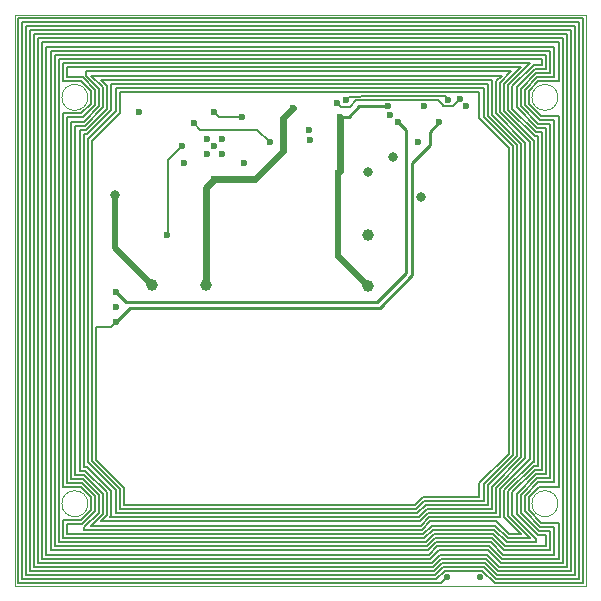
<source format=gbr>
%TF.GenerationSoftware,KiCad,Pcbnew,5.0.2-bee76a0~70~ubuntu18.04.1*%
%TF.CreationDate,2020-02-29T17:21:03-08:00*%
%TF.ProjectId,SolarCellX_v3,536f6c61-7243-4656-9c6c-585f76332e6b,rev?*%
%TF.SameCoordinates,Original*%
%TF.FileFunction,Copper,L5,Inr*%
%TF.FilePolarity,Positive*%
%FSLAX46Y46*%
G04 Gerber Fmt 4.6, Leading zero omitted, Abs format (unit mm)*
G04 Created by KiCad (PCBNEW 5.0.2-bee76a0~70~ubuntu18.04.1) date Sat 29 Feb 2020 05:21:03 PM PST*
%MOMM*%
%LPD*%
G01*
G04 APERTURE LIST*
%ADD10C,0.050000*%
%ADD11C,1.000000*%
%ADD12C,0.600000*%
%ADD13C,0.800000*%
%ADD14C,0.584200*%
%ADD15C,0.609600*%
%ADD16C,0.248920*%
%ADD17C,0.240000*%
%ADD18C,0.480000*%
%ADD19C,0.160000*%
%ADD20C,0.152400*%
%ADD21C,0.190000*%
G04 APERTURE END LIST*
D10*
X96200000Y-47000000D02*
G75*
G03X96200000Y-47000000I-1100000J0D01*
G01*
X96200000Y-81400000D02*
G75*
G03X96200000Y-81400000I-1100000J0D01*
G01*
X136000000Y-81400000D02*
G75*
G03X136000000Y-81400000I-1100000J0D01*
G01*
X136000000Y-47000000D02*
G75*
G03X136000000Y-47000000I-1100000J0D01*
G01*
X90000000Y-88400000D02*
X138400000Y-88400000D01*
X90000000Y-88400000D02*
X90000000Y-40000000D01*
X138400000Y-40000000D02*
X138400000Y-88400000D01*
X90000000Y-40000000D02*
X138400000Y-40000000D01*
D11*
X101600000Y-62865000D03*
X106172000Y-62865000D03*
X119888000Y-58674000D03*
X119888000Y-62992000D03*
D12*
X106253260Y-51754256D03*
X107523260Y-51754256D03*
X106253260Y-50509656D03*
X109410500Y-52514500D03*
X107530900Y-50485040D03*
X106923840Y-51092100D03*
X104302012Y-52519693D03*
D13*
X122050000Y-52050000D03*
X124450000Y-55400000D03*
D12*
X128250000Y-47700000D03*
X124650000Y-47694011D03*
X117537610Y-48650791D03*
X117348000Y-53403500D03*
X121600000Y-47700000D03*
X118047740Y-47243775D03*
X126700000Y-47200000D03*
X117284500Y-47434502D03*
X127700000Y-47100000D03*
X105156000Y-49149000D03*
X111633000Y-50800000D03*
X114950000Y-49750000D03*
X121750000Y-48450000D03*
X124150000Y-50800000D03*
X115050000Y-50600000D03*
X106870500Y-48260000D03*
X109232672Y-48653690D03*
X104144156Y-51144656D03*
X102933500Y-58674000D03*
X100550000Y-48250000D03*
D13*
X119958000Y-53290920D03*
D14*
X126619000Y-87630000D03*
D12*
X98552000Y-64770000D03*
X98552000Y-63500000D03*
X98552000Y-66040000D03*
D14*
X129413000Y-87630000D03*
D12*
X122450000Y-49100000D03*
X125950000Y-49100000D03*
X106913660Y-53938656D03*
X113538000Y-47879000D03*
D13*
X98500000Y-55250000D03*
D15*
X117538500Y-48651681D02*
X117537610Y-48650791D01*
X117348000Y-53403500D02*
X117538500Y-53213000D01*
X117538500Y-53213000D02*
X117538500Y-48651681D01*
X117348000Y-60452000D02*
X119888000Y-62992000D01*
D16*
X117537610Y-48650791D02*
X118290709Y-48650791D01*
X118290709Y-48650791D02*
X119189500Y-47752000D01*
D17*
X119241500Y-47700000D02*
X121600000Y-47700000D01*
X119189500Y-47752000D02*
X119241500Y-47700000D01*
D18*
X117348000Y-60452000D02*
X117348000Y-53403500D01*
D19*
X118347739Y-46943776D02*
X119243776Y-46943776D01*
X118047740Y-47243775D02*
X118347739Y-46943776D01*
X119243776Y-46943776D02*
X119250000Y-46950000D01*
X126400001Y-46900001D02*
X126700000Y-47200000D01*
X119287551Y-46900001D02*
X126400001Y-46900001D01*
X119243776Y-46943776D02*
X119287551Y-46900001D01*
D20*
X117576599Y-47726601D02*
X117284500Y-47434502D01*
X117665498Y-47815500D02*
X117576599Y-47726601D01*
X118364000Y-47815500D02*
X117665498Y-47815500D01*
D19*
X127092999Y-47707001D02*
X127700000Y-47100000D01*
X126307001Y-47707001D02*
X127092999Y-47707001D01*
X126307001Y-47657001D02*
X125837011Y-47187011D01*
X126307001Y-47707001D02*
X126307001Y-47657001D01*
X119418881Y-47187011D02*
X119368884Y-47237008D01*
X125837011Y-47187011D02*
X119418881Y-47187011D01*
X118942492Y-47237008D02*
X118364000Y-47815500D01*
X119368884Y-47237008D02*
X118942492Y-47237008D01*
D20*
X105727500Y-49720500D02*
X105156000Y-49149000D01*
X111633000Y-50800000D02*
X110553500Y-49720500D01*
X110553500Y-49720500D02*
X105727500Y-49720500D01*
X107264190Y-48653690D02*
X106870500Y-48260000D01*
X109232672Y-48653690D02*
X107264190Y-48653690D01*
X104144156Y-51144656D02*
X102997000Y-52291812D01*
X102997000Y-58610500D02*
X102933500Y-58674000D01*
X102997000Y-52291812D02*
X102997000Y-58610500D01*
D21*
X124600000Y-80800000D02*
X123900000Y-81500000D01*
X94100000Y-44100000D02*
X133650000Y-44100000D01*
X130850000Y-87450000D02*
X129800000Y-86400000D01*
X97850000Y-47950000D02*
X97850000Y-46050000D01*
X138152990Y-88152990D02*
X130652990Y-88152990D01*
X92000000Y-42000000D02*
X136400000Y-42000000D01*
X133600000Y-50750000D02*
X133600000Y-77650000D01*
X135350000Y-44950000D02*
X134150000Y-44950000D01*
X134350000Y-79600000D02*
X133200000Y-80750000D01*
X90950000Y-87450000D02*
X90950000Y-40950000D01*
X135700000Y-85700000D02*
X131350000Y-85700000D01*
X134250000Y-79250000D02*
X132850000Y-80650000D01*
X96500000Y-83250000D02*
X97500000Y-82250000D01*
X133200000Y-80750000D02*
X133200000Y-82050000D01*
X134450000Y-48900000D02*
X135700000Y-48900000D01*
X133200000Y-47650000D02*
X134450000Y-48900000D01*
X132150000Y-82350000D02*
X134150000Y-84350000D01*
X131850000Y-51250000D02*
X131850000Y-77150000D01*
X131800000Y-82450000D02*
X133650000Y-84300000D01*
X135700000Y-42700000D02*
X135700000Y-45300000D01*
X130750000Y-45650000D02*
X130750000Y-48350000D01*
X91650000Y-86750000D02*
X91650000Y-41650000D01*
X92700000Y-85700000D02*
X92700000Y-42700000D01*
X130400000Y-84300000D02*
X125600000Y-84300000D01*
X125600000Y-87450000D02*
X90950000Y-87450000D01*
X137100000Y-41300000D02*
X137100000Y-87100000D01*
X130200000Y-85000000D02*
X125800000Y-85000000D01*
X131650000Y-84650000D02*
X130600000Y-83600000D01*
X131250000Y-86050000D02*
X130200000Y-85000000D01*
X131050000Y-86750000D02*
X130000000Y-85700000D01*
X131100000Y-82550000D02*
X125100000Y-82550000D01*
X136050000Y-86050000D02*
X131250000Y-86050000D01*
X92000000Y-86400000D02*
X92000000Y-42000000D01*
X98900000Y-46550000D02*
X129350000Y-46550000D01*
X125100000Y-85700000D02*
X92700000Y-85700000D01*
X134338590Y-45650000D02*
X133548429Y-46440161D01*
X136050000Y-83000000D02*
X136050000Y-86050000D01*
X133548429Y-81959838D02*
X134588591Y-83000000D01*
X126400000Y-87100000D02*
X125700000Y-87800000D01*
X133548429Y-80840161D02*
X133548429Y-81959838D01*
X131800000Y-48050000D02*
X134050000Y-50300000D01*
X95661409Y-45650000D02*
X94100000Y-45650000D01*
X134438590Y-79950000D02*
X133548429Y-80840161D01*
X132500000Y-46150000D02*
X132500000Y-47850000D01*
X91300000Y-87100000D02*
X91300000Y-41300000D01*
X125700000Y-87800000D02*
X90600000Y-87800000D01*
X94800000Y-49050000D02*
X95850000Y-49050000D01*
X134538591Y-48550000D02*
X136050000Y-48550000D01*
X97300000Y-82900000D02*
X97850000Y-82350000D01*
X96451570Y-81959838D02*
X96451570Y-80840161D01*
X133200000Y-82050000D02*
X134500000Y-83350000D01*
X135700000Y-45300000D02*
X134250000Y-45300000D01*
X137800000Y-40600000D02*
X137800000Y-87800000D01*
X126200000Y-86400000D02*
X125500000Y-87100000D01*
X94100000Y-80000000D02*
X94100000Y-48350000D01*
X132850000Y-82150000D02*
X134400000Y-83700000D01*
X96100000Y-78250000D02*
X95850000Y-78250000D01*
X136050000Y-42350000D02*
X136050000Y-45650000D01*
X126000000Y-85700000D02*
X125300000Y-86400000D01*
X92350000Y-42350000D02*
X136050000Y-42350000D01*
X125900000Y-85350000D02*
X125200000Y-86050000D01*
X130100000Y-85350000D02*
X125900000Y-85350000D01*
X134588591Y-83000000D02*
X136050000Y-83000000D01*
X130000000Y-85700000D02*
X126000000Y-85700000D01*
X131850000Y-77150000D02*
X129350000Y-79650000D01*
X131800000Y-45950000D02*
X131800000Y-48050000D01*
X95900000Y-78950000D02*
X95150000Y-78950000D01*
X136750000Y-41650000D02*
X136750000Y-86750000D01*
X125600000Y-84300000D02*
X124900000Y-85000000D01*
X136400000Y-86400000D02*
X131150000Y-86400000D01*
X95750000Y-45300000D02*
X94450000Y-45300000D01*
X96800000Y-46350000D02*
X95750000Y-45300000D01*
X129350000Y-48750000D02*
X131850000Y-51250000D01*
X136050000Y-45650000D02*
X134338590Y-45650000D01*
X136750000Y-86750000D02*
X131050000Y-86750000D01*
X132200000Y-51150000D02*
X132200000Y-77250000D01*
X125300000Y-83250000D02*
X124600000Y-83950000D01*
X126100000Y-86050000D02*
X125400000Y-86750000D01*
X94100000Y-84300000D02*
X94100000Y-82800000D01*
X130950000Y-87100000D02*
X129900000Y-86050000D01*
X135700000Y-83350000D02*
X135700000Y-85700000D01*
X125300000Y-86400000D02*
X92000000Y-86400000D01*
X90600000Y-40600000D02*
X137800000Y-40600000D01*
X96050000Y-45150000D02*
X96050000Y-44800000D01*
X135700000Y-48900000D02*
X135700000Y-79600000D01*
X125500000Y-87100000D02*
X91300000Y-87100000D01*
X125800000Y-85000000D02*
X125100000Y-85700000D01*
X98200000Y-45850000D02*
X130050000Y-45850000D01*
X94450000Y-79650000D02*
X94450000Y-48700000D01*
X129800000Y-86400000D02*
X126200000Y-86400000D01*
X129700000Y-48650000D02*
X132200000Y-51150000D01*
X137450000Y-87450000D02*
X130850000Y-87450000D01*
X129700000Y-86750000D02*
X126300000Y-86750000D01*
X134500000Y-83350000D02*
X135700000Y-83350000D01*
X126300000Y-86750000D02*
X125600000Y-87450000D01*
X90950000Y-40950000D02*
X137450000Y-40950000D01*
X130400000Y-81850000D02*
X124900000Y-81850000D01*
X125000000Y-85350000D02*
X93050000Y-85350000D01*
X137450000Y-40950000D02*
X137450000Y-87450000D01*
X96000000Y-78600000D02*
X95500000Y-78600000D01*
X131100000Y-45750000D02*
X131100000Y-48250000D01*
X136050000Y-48550000D02*
X136050000Y-79950000D01*
X138152990Y-40247010D02*
X138152990Y-88152990D01*
X91650000Y-41650000D02*
X136750000Y-41650000D01*
X129900000Y-86050000D02*
X126100000Y-86050000D01*
X137800000Y-87800000D02*
X130750000Y-87800000D01*
X130750000Y-87800000D02*
X129700000Y-86750000D01*
X96800000Y-47650000D02*
X96800000Y-46350000D01*
X133548429Y-47559838D02*
X134538591Y-48550000D01*
X91300000Y-41300000D02*
X137100000Y-41300000D01*
X129600000Y-87100000D02*
X126400000Y-87100000D01*
X135700000Y-79600000D02*
X134350000Y-79600000D01*
X134400000Y-83700000D02*
X135350000Y-83700000D01*
X95900000Y-83400000D02*
X97150000Y-82150000D01*
X92700000Y-42700000D02*
X135700000Y-42700000D01*
X130652990Y-88152990D02*
X129600000Y-87100000D01*
X98200000Y-48050000D02*
X98200000Y-45850000D01*
X132500000Y-80550000D02*
X132500000Y-82250000D01*
X131350000Y-85700000D02*
X130300000Y-84650000D01*
X132850000Y-47750000D02*
X134350000Y-49250000D01*
X94450000Y-44450000D02*
X132850000Y-44450000D01*
X125700000Y-84650000D02*
X125000000Y-85350000D01*
X90247010Y-88152990D02*
X90247010Y-40247010D01*
X133548429Y-46440161D02*
X133548429Y-47559838D01*
X93050000Y-85350000D02*
X93050000Y-43050000D01*
X131750000Y-84300000D02*
X130700000Y-83250000D01*
X93050000Y-43050000D02*
X135350000Y-43050000D01*
X137100000Y-87100000D02*
X130950000Y-87100000D01*
X134150000Y-44950000D02*
X132850000Y-46250000D01*
X132850000Y-46250000D02*
X132850000Y-47750000D01*
X125200000Y-86050000D02*
X92350000Y-86050000D01*
X135000000Y-78900000D02*
X134150000Y-78900000D01*
X133650000Y-44100000D02*
X131800000Y-45950000D01*
X135000000Y-43400000D02*
X135000000Y-44600000D01*
X135000000Y-49600000D02*
X135000000Y-78900000D01*
X131550000Y-85000000D02*
X130500000Y-83950000D01*
X132550000Y-51050000D02*
X132550000Y-77350000D01*
X132500000Y-47850000D02*
X134250000Y-49600000D01*
X132500000Y-82250000D02*
X134300000Y-84050000D01*
X98550000Y-82200000D02*
X98550000Y-80250000D01*
X95150000Y-78950000D02*
X95150000Y-49400000D01*
X90600000Y-87800000D02*
X90600000Y-40600000D01*
X125000000Y-82200000D02*
X124300000Y-82900000D01*
X130500000Y-83950000D02*
X125500000Y-83950000D01*
X130050000Y-81500000D02*
X124800000Y-81500000D01*
X134650000Y-43750000D02*
X134650000Y-44250000D01*
X134250000Y-49600000D02*
X135000000Y-49600000D01*
X94100000Y-82800000D02*
X95611408Y-82800000D01*
X133950000Y-50650000D02*
X133950000Y-77850000D01*
X134150000Y-78900000D02*
X132500000Y-80550000D01*
X124700000Y-84300000D02*
X94100000Y-84300000D01*
X135000000Y-85000000D02*
X131550000Y-85000000D01*
X134300000Y-84050000D02*
X135000000Y-84050000D01*
X134250000Y-45300000D02*
X133200000Y-46350000D01*
X134050000Y-44600000D02*
X132500000Y-46150000D01*
X135350000Y-85350000D02*
X131450000Y-85350000D01*
X93400000Y-85000000D02*
X93400000Y-43400000D01*
X93400000Y-43400000D02*
X135000000Y-43400000D01*
X135350000Y-83700000D02*
X135350000Y-85350000D01*
X135000000Y-44600000D02*
X134050000Y-44600000D01*
X125500000Y-83950000D02*
X124800000Y-84650000D01*
X131450000Y-85350000D02*
X130400000Y-84300000D01*
X124900000Y-85000000D02*
X93400000Y-85000000D01*
X90247010Y-40247010D02*
X138152990Y-40247010D01*
X130300000Y-84650000D02*
X125700000Y-84650000D01*
X132850000Y-44450000D02*
X131450000Y-45850000D01*
X134350000Y-49250000D02*
X135350000Y-49250000D01*
X94800000Y-79300000D02*
X94800000Y-49050000D01*
X131450000Y-45850000D02*
X131450000Y-48150000D01*
X130600000Y-83600000D02*
X125400000Y-83600000D01*
X92350000Y-86050000D02*
X92350000Y-42350000D01*
X135350000Y-79250000D02*
X134250000Y-79250000D01*
X132850000Y-80650000D02*
X132850000Y-82150000D01*
X131150000Y-86400000D02*
X130100000Y-85350000D01*
X129350000Y-79650000D02*
X129350000Y-80800000D01*
X123900000Y-81500000D02*
X99250000Y-81500000D01*
X96900000Y-77700000D02*
X96900000Y-66422000D01*
X99250000Y-81500000D02*
X99250000Y-80050000D01*
X94450000Y-83150000D02*
X95700000Y-83150000D01*
X134300000Y-50300000D02*
X134300000Y-78200000D01*
X133200000Y-46350000D02*
X133200000Y-47650000D01*
X93750000Y-43750000D02*
X134650000Y-43750000D01*
X134650000Y-44250000D02*
X133950000Y-44250000D01*
X94100000Y-45650000D02*
X94100000Y-44100000D01*
X134650000Y-78550000D02*
X134050000Y-78550000D01*
X130700000Y-83250000D02*
X125300000Y-83250000D01*
X134150000Y-84350000D02*
X134150000Y-84650000D01*
X132150000Y-46050000D02*
X132150000Y-47950000D01*
X131100000Y-80150000D02*
X131100000Y-82550000D01*
X96451570Y-46440161D02*
X95661409Y-45650000D01*
X131450000Y-80250000D02*
X131450000Y-82550000D01*
X95611408Y-82800000D02*
X96451570Y-81959838D01*
X134650000Y-49950000D02*
X134650000Y-78550000D01*
X95611409Y-80000000D02*
X94100000Y-80000000D01*
X134050000Y-50300000D02*
X134300000Y-50300000D01*
X95661408Y-48350000D02*
X96451570Y-47559838D01*
X133950000Y-44250000D02*
X132150000Y-46050000D01*
X133650000Y-84300000D02*
X131750000Y-84300000D01*
X94450000Y-83950000D02*
X94450000Y-83150000D01*
X125100000Y-82550000D02*
X124400000Y-83250000D01*
X96451570Y-80840161D02*
X95611409Y-80000000D01*
X131800000Y-80350000D02*
X131800000Y-82450000D01*
X135000000Y-84050000D02*
X135000000Y-85000000D01*
X124800000Y-84650000D02*
X93750000Y-84650000D01*
X134150000Y-84650000D02*
X131650000Y-84650000D01*
X134050000Y-78550000D02*
X132150000Y-80450000D01*
X134300000Y-78200000D02*
X133950000Y-78200000D01*
X133950000Y-78200000D02*
X131800000Y-80350000D01*
X94100000Y-48350000D02*
X95661408Y-48350000D01*
X125400000Y-83600000D02*
X124700000Y-84300000D01*
X124600000Y-83950000D02*
X94450000Y-83950000D01*
X93750000Y-84650000D02*
X93750000Y-43750000D01*
X98200000Y-80350000D02*
X96100000Y-78250000D01*
X136050000Y-79950000D02*
X134438590Y-79950000D01*
X136400000Y-42000000D02*
X136400000Y-86400000D01*
X134150000Y-49950000D02*
X134650000Y-49950000D01*
X94450000Y-45300000D02*
X94450000Y-44450000D01*
X131450000Y-48150000D02*
X133950000Y-50650000D01*
X95750000Y-48700000D02*
X96800000Y-47650000D01*
X131450000Y-82550000D02*
X132850000Y-83950000D01*
X130750000Y-80050000D02*
X130750000Y-82200000D01*
X130800000Y-82900000D02*
X125200000Y-82900000D01*
X95900000Y-83600000D02*
X95900000Y-83400000D01*
X97500000Y-47850000D02*
X97500000Y-46150000D01*
X130750000Y-48350000D02*
X133250000Y-50850000D01*
X131850000Y-83950000D02*
X130800000Y-82900000D01*
X124800000Y-81500000D02*
X124100000Y-82200000D01*
X133600000Y-77650000D02*
X131100000Y-80150000D01*
X132150000Y-80450000D02*
X132150000Y-82350000D01*
X96050000Y-44800000D02*
X132050000Y-44800000D01*
X124200000Y-82550000D02*
X98100000Y-82550000D01*
X97500000Y-80550000D02*
X95900000Y-78950000D01*
X98900000Y-81850000D02*
X98900000Y-80150000D01*
X133250000Y-77550000D02*
X130750000Y-80050000D01*
X95700000Y-79650000D02*
X94450000Y-79650000D01*
X133250000Y-50850000D02*
X133250000Y-77550000D01*
X124400000Y-83250000D02*
X96500000Y-83250000D01*
X95850000Y-49050000D02*
X97150000Y-47750000D01*
X96150000Y-50100000D02*
X98200000Y-48050000D01*
X135350000Y-49250000D02*
X135350000Y-79250000D01*
X96451570Y-47559838D02*
X96451570Y-46440161D01*
X95950000Y-49400000D02*
X97500000Y-47850000D01*
X96050000Y-49750000D02*
X97850000Y-47950000D01*
X97850000Y-80450000D02*
X96000000Y-78600000D01*
X135350000Y-43050000D02*
X135350000Y-44950000D01*
X97150000Y-80650000D02*
X95800000Y-79300000D01*
X97500000Y-82250000D02*
X97500000Y-80550000D01*
X96800000Y-82050000D02*
X96800000Y-80750000D01*
X125400000Y-86750000D02*
X91650000Y-86750000D01*
X132850000Y-83950000D02*
X131850000Y-83950000D01*
X95150000Y-49400000D02*
X95950000Y-49400000D01*
X97500000Y-46150000D02*
X96500000Y-45150000D01*
X133950000Y-77850000D02*
X133850000Y-77850000D01*
X133850000Y-77850000D02*
X131450000Y-80250000D01*
X124500000Y-83600000D02*
X95900000Y-83600000D01*
X95700000Y-83150000D02*
X96800000Y-82050000D01*
X97150000Y-46250000D02*
X96050000Y-45150000D01*
X131250000Y-45150000D02*
X130750000Y-45650000D01*
X97150000Y-47750000D02*
X97150000Y-46250000D01*
X95800000Y-79300000D02*
X94800000Y-79300000D01*
X125200000Y-82900000D02*
X124500000Y-83600000D01*
X97150000Y-82150000D02*
X97150000Y-80650000D01*
X96800000Y-80750000D02*
X95700000Y-79650000D01*
X131100000Y-48250000D02*
X133600000Y-50750000D01*
X129700000Y-46200000D02*
X129700000Y-48650000D01*
X132150000Y-47950000D02*
X134150000Y-49950000D01*
X96500000Y-45150000D02*
X131250000Y-45150000D01*
X132050000Y-44800000D02*
X131100000Y-45750000D01*
X94450000Y-48700000D02*
X95750000Y-48700000D01*
X129350000Y-80800000D02*
X124600000Y-80800000D01*
X129700000Y-81150000D02*
X124700000Y-81150000D01*
X132200000Y-77250000D02*
X129700000Y-79750000D01*
X98900000Y-48300000D02*
X98900000Y-46550000D01*
X124700000Y-81150000D02*
X124000000Y-81850000D01*
X124000000Y-81850000D02*
X98900000Y-81850000D01*
X96550000Y-77800000D02*
X96550000Y-50650000D01*
X129700000Y-79750000D02*
X129700000Y-81150000D01*
X98550000Y-80250000D02*
X96200000Y-77900000D01*
X130050000Y-45850000D02*
X130050000Y-48550000D01*
X98900000Y-80150000D02*
X96550000Y-77800000D01*
X95850000Y-50100000D02*
X96150000Y-50100000D01*
X130050000Y-79850000D02*
X130050000Y-81500000D01*
X98550000Y-48150000D02*
X98550000Y-46200000D01*
X96550000Y-50650000D02*
X98900000Y-48300000D01*
X124100000Y-82200000D02*
X98550000Y-82200000D01*
X96200000Y-50500000D02*
X98550000Y-48150000D01*
X129350000Y-46550000D02*
X129350000Y-48750000D01*
X95850000Y-78250000D02*
X95850000Y-50100000D01*
X98550000Y-46200000D02*
X129700000Y-46200000D01*
X132900000Y-77450000D02*
X130400000Y-79950000D01*
X97850000Y-46050000D02*
X97300000Y-45500000D01*
X132900000Y-50950000D02*
X132900000Y-77450000D01*
X95500000Y-78600000D02*
X95500000Y-49750000D01*
X124300000Y-82900000D02*
X97300000Y-82900000D01*
X130050000Y-48550000D02*
X132550000Y-51050000D01*
X95500000Y-49750000D02*
X96050000Y-49750000D01*
X98100000Y-82550000D02*
X98200000Y-82450000D01*
X130400000Y-45500000D02*
X130400000Y-48450000D01*
X130400000Y-48450000D02*
X132900000Y-50950000D01*
X97850000Y-82350000D02*
X97850000Y-80450000D01*
X96200000Y-77900000D02*
X96200000Y-50500000D01*
X130400000Y-79950000D02*
X130400000Y-81850000D01*
X124900000Y-81850000D02*
X124200000Y-82550000D01*
X98200000Y-82450000D02*
X98200000Y-80350000D01*
X97300000Y-45500000D02*
X130400000Y-45500000D01*
X132550000Y-77350000D02*
X130050000Y-79850000D01*
X130750000Y-82200000D02*
X125000000Y-82200000D01*
X99250000Y-80050000D02*
X96900000Y-77700000D01*
D17*
X98552000Y-63500000D02*
X99402000Y-64350000D01*
X99402000Y-64350000D02*
X120650000Y-64350000D01*
X120650000Y-64350000D02*
X123150000Y-61850000D01*
X123150000Y-49800000D02*
X122450000Y-49100000D01*
X123150000Y-61850000D02*
X123150000Y-49800000D01*
X98552000Y-66040000D02*
X99792000Y-64800000D01*
X99792000Y-64800000D02*
X120900000Y-64800000D01*
X120900000Y-64800000D02*
X123650000Y-62050000D01*
X123650000Y-62050000D02*
X123650000Y-52550000D01*
X123650000Y-52550000D02*
X125150000Y-51050000D01*
X125150000Y-49900000D02*
X125950000Y-49100000D01*
X125150000Y-51050000D02*
X125150000Y-49900000D01*
D21*
X126096010Y-88152990D02*
X126619000Y-87630000D01*
X90247010Y-88152990D02*
X126096010Y-88152990D01*
X98170000Y-66422000D02*
X98552000Y-66040000D01*
X96900000Y-66422000D02*
X98170000Y-66422000D01*
D15*
X110335844Y-53938656D02*
X106913660Y-53938656D01*
X112712500Y-51562000D02*
X110335844Y-53938656D01*
X113538000Y-47879000D02*
X112712500Y-48704500D01*
X112712500Y-48704500D02*
X112712500Y-51562000D01*
X106172000Y-54680316D02*
X106172000Y-62865000D01*
X106913660Y-53938656D02*
X106172000Y-54680316D01*
D18*
X98500000Y-59765000D02*
X101600000Y-62865000D01*
X98500000Y-55250000D02*
X98500000Y-59765000D01*
M02*

</source>
